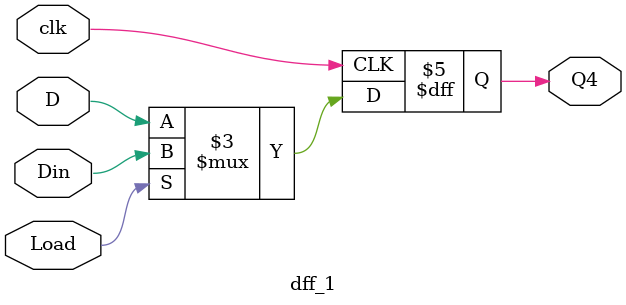
<source format=v>


module BCD(clk, rst_syn, Q_out);
    input clk; 
    input rst_syn; 
    output [3:0] Q_out; 
    reg [3:0] Q_out; 

    always@ (posedge clk)
    begin
    if (!rst_syn)
    Q_out = 0;
    else if (Q_out == 9)
        Q_out = 0;
    else
        Q_out = Q_out + 1;
    end
endmodule
//segment
module segment (bcd, seg);
        input bcd;
        output [7:0] seg;
        reg [7:0]seg;
        always @(bcd) begin
            case (bcd)
                1:seg=8'b11000000;
                2:seg=8'b11111001;
                3:seg=8'b10100100;
                4:seg=8'b10100000;
                5:seg=8'b10011001;
                6:seg=8'b10010010;
                7:seg=8'b10000010;
                8:seg=8'b11111000;
                9:seg=8'b10000000;
                10:seg=8'b10010000;
                11:seg=8'b10100000;
                12:seg=8'b10000011;
                13:seg=8'b10100001;
                14:seg=8'b10000100;
                15:seg=8'b11110001;
                default:seg=8'b00000000;
            endcase
        end
endmodule
// 1-bit Synchronous Load
module dff_1 (clk, D, Din, Load, Q4);
input clk, D, Din, Load;
output Q4;
reg Q4;
always@ (posedge clk) 
begin
    if (Load) Q4 = Din;
    else Q4 = D;
end

endmodule
</source>
